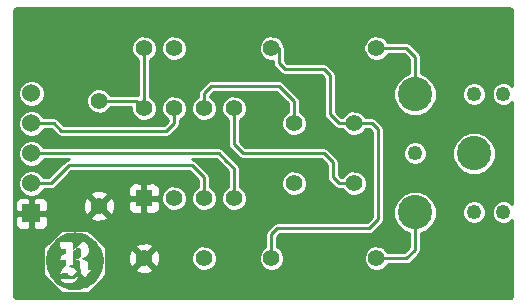
<source format=gtl>
G04 (created by PCBNEW (2013-07-07 BZR 4022)-stable) date 1/29/2015 5:28:15 PM*
%MOIN*%
G04 Gerber Fmt 3.4, Leading zero omitted, Abs format*
%FSLAX34Y34*%
G01*
G70*
G90*
G04 APERTURE LIST*
%ADD10C,0.00590551*%
%ADD11C,0.0001*%
%ADD12R,0.055X0.055*%
%ADD13C,0.055*%
%ADD14C,0.114173*%
%ADD15C,0.0492126*%
%ADD16R,0.06X0.06*%
%ADD17C,0.06*%
%ADD18C,0.01*%
G04 APERTURE END LIST*
G54D10*
G54D11*
G36*
X78660Y-67588D02*
X78657Y-67670D01*
X78648Y-67751D01*
X78631Y-67832D01*
X78608Y-67911D01*
X78577Y-67989D01*
X78540Y-68064D01*
X78495Y-68137D01*
X78443Y-68206D01*
X78426Y-68227D01*
X78368Y-68288D01*
X78306Y-68344D01*
X78250Y-68386D01*
X78250Y-67859D01*
X78245Y-67851D01*
X78244Y-67850D01*
X78236Y-67841D01*
X78207Y-67870D01*
X78193Y-67884D01*
X78182Y-67893D01*
X78174Y-67898D01*
X78168Y-67900D01*
X78165Y-67900D01*
X78151Y-67897D01*
X78140Y-67886D01*
X78135Y-67876D01*
X78134Y-67870D01*
X78133Y-67856D01*
X78131Y-67837D01*
X78130Y-67813D01*
X78129Y-67787D01*
X78128Y-67762D01*
X78127Y-67728D01*
X78126Y-67701D01*
X78125Y-67679D01*
X78123Y-67662D01*
X78121Y-67649D01*
X78118Y-67638D01*
X78114Y-67628D01*
X78109Y-67619D01*
X78106Y-67614D01*
X78091Y-67593D01*
X78071Y-67575D01*
X78046Y-67560D01*
X78015Y-67548D01*
X77977Y-67538D01*
X77940Y-67532D01*
X77919Y-67529D01*
X77905Y-67526D01*
X77899Y-67524D01*
X77900Y-67521D01*
X77908Y-67516D01*
X77923Y-67510D01*
X77932Y-67506D01*
X77974Y-67488D01*
X78010Y-67470D01*
X78040Y-67452D01*
X78066Y-67433D01*
X78089Y-67413D01*
X78096Y-67406D01*
X78117Y-67380D01*
X78133Y-67354D01*
X78145Y-67325D01*
X78152Y-67292D01*
X78156Y-67254D01*
X78157Y-67222D01*
X78156Y-67183D01*
X78152Y-67150D01*
X78145Y-67120D01*
X78134Y-67094D01*
X78118Y-67067D01*
X78098Y-67040D01*
X78092Y-67033D01*
X78077Y-67017D01*
X78060Y-67000D01*
X78041Y-66982D01*
X78023Y-66966D01*
X78005Y-66952D01*
X77988Y-66940D01*
X77976Y-66932D01*
X77967Y-66928D01*
X77966Y-66928D01*
X77962Y-66931D01*
X77954Y-66939D01*
X77943Y-66951D01*
X77930Y-66966D01*
X77924Y-66972D01*
X77907Y-66992D01*
X77889Y-67012D01*
X77870Y-67031D01*
X77848Y-67052D01*
X77823Y-67074D01*
X77795Y-67099D01*
X77761Y-67128D01*
X77730Y-67154D01*
X77650Y-67220D01*
X77648Y-67133D01*
X77646Y-67098D01*
X77645Y-67070D01*
X77643Y-67048D01*
X77640Y-67030D01*
X77636Y-67016D01*
X77630Y-67005D01*
X77623Y-66995D01*
X77619Y-66990D01*
X77608Y-66978D01*
X77595Y-66969D01*
X77580Y-66962D01*
X77563Y-66958D01*
X77541Y-66955D01*
X77515Y-66954D01*
X77482Y-66955D01*
X77443Y-66957D01*
X77436Y-66958D01*
X77391Y-66961D01*
X77354Y-66963D01*
X77324Y-66964D01*
X77299Y-66964D01*
X77279Y-66963D01*
X77264Y-66960D01*
X77253Y-66957D01*
X77245Y-66952D01*
X77239Y-66946D01*
X77235Y-66938D01*
X77235Y-66938D01*
X77230Y-66928D01*
X77223Y-66924D01*
X77222Y-66924D01*
X77217Y-66926D01*
X77213Y-66931D01*
X77210Y-66941D01*
X77209Y-66957D01*
X77208Y-66979D01*
X77208Y-66992D01*
X77209Y-67036D01*
X77213Y-67075D01*
X77219Y-67109D01*
X77227Y-67136D01*
X77237Y-67157D01*
X77245Y-67167D01*
X77254Y-67175D01*
X77263Y-67181D01*
X77273Y-67186D01*
X77285Y-67190D01*
X77300Y-67192D01*
X77321Y-67194D01*
X77346Y-67195D01*
X77377Y-67196D01*
X77385Y-67199D01*
X77392Y-67204D01*
X77395Y-67207D01*
X77397Y-67211D01*
X77398Y-67218D01*
X77399Y-67227D01*
X77400Y-67242D01*
X77400Y-67261D01*
X77400Y-67288D01*
X77400Y-67290D01*
X77400Y-67368D01*
X77375Y-67368D01*
X77357Y-67369D01*
X77336Y-67370D01*
X77323Y-67372D01*
X77296Y-67378D01*
X77274Y-67388D01*
X77255Y-67403D01*
X77240Y-67422D01*
X77229Y-67447D01*
X77220Y-67478D01*
X77215Y-67515D01*
X77212Y-67559D01*
X77212Y-67588D01*
X77212Y-67652D01*
X77221Y-67652D01*
X77226Y-67651D01*
X77229Y-67648D01*
X77231Y-67642D01*
X77234Y-67629D01*
X77235Y-67620D01*
X77238Y-67600D01*
X77242Y-67585D01*
X77249Y-67574D01*
X77259Y-67565D01*
X77273Y-67560D01*
X77293Y-67556D01*
X77319Y-67554D01*
X77340Y-67553D01*
X77400Y-67551D01*
X77399Y-67645D01*
X77399Y-67676D01*
X77398Y-67701D01*
X77397Y-67720D01*
X77395Y-67734D01*
X77392Y-67746D01*
X77386Y-67755D01*
X77378Y-67763D01*
X77368Y-67772D01*
X77354Y-67783D01*
X77347Y-67788D01*
X77331Y-67800D01*
X77315Y-67813D01*
X77303Y-67823D01*
X77298Y-67828D01*
X77276Y-67852D01*
X77255Y-67883D01*
X77236Y-67917D01*
X77220Y-67953D01*
X77211Y-67976D01*
X77205Y-68005D01*
X77202Y-68039D01*
X77202Y-68074D01*
X77207Y-68109D01*
X77211Y-68129D01*
X77227Y-68173D01*
X77250Y-68212D01*
X77277Y-68248D01*
X77310Y-68277D01*
X77347Y-68301D01*
X77367Y-68310D01*
X77406Y-68322D01*
X77449Y-68329D01*
X77494Y-68332D01*
X77539Y-68329D01*
X77549Y-68328D01*
X77586Y-68319D01*
X77623Y-68306D01*
X77658Y-68289D01*
X77673Y-68280D01*
X77699Y-68260D01*
X77726Y-68236D01*
X77750Y-68208D01*
X77771Y-68180D01*
X77784Y-68159D01*
X77796Y-68133D01*
X77804Y-68110D01*
X77809Y-68086D01*
X77811Y-68060D01*
X77812Y-68037D01*
X77812Y-67992D01*
X77797Y-67992D01*
X77782Y-67992D01*
X77782Y-68031D01*
X77780Y-68062D01*
X77774Y-68087D01*
X77765Y-68109D01*
X77750Y-68130D01*
X77741Y-68140D01*
X77713Y-68165D01*
X77682Y-68184D01*
X77654Y-68195D01*
X77647Y-68197D01*
X77639Y-68198D01*
X77629Y-68200D01*
X77617Y-68200D01*
X77601Y-68201D01*
X77581Y-68202D01*
X77555Y-68202D01*
X77524Y-68202D01*
X77494Y-68202D01*
X77456Y-68202D01*
X77425Y-68202D01*
X77400Y-68201D01*
X77380Y-68201D01*
X77364Y-68200D01*
X77352Y-68199D01*
X77342Y-68197D01*
X77333Y-68196D01*
X77331Y-68195D01*
X77296Y-68184D01*
X77268Y-68169D01*
X77247Y-68151D01*
X77233Y-68130D01*
X77226Y-68104D01*
X77224Y-68084D01*
X77227Y-68056D01*
X77237Y-68032D01*
X77253Y-68012D01*
X77276Y-67996D01*
X77283Y-67993D01*
X77294Y-67988D01*
X77304Y-67985D01*
X77316Y-67983D01*
X77331Y-67982D01*
X77350Y-67982D01*
X77380Y-67983D01*
X77408Y-67987D01*
X77433Y-67995D01*
X77458Y-68007D01*
X77484Y-68023D01*
X77511Y-68044D01*
X77541Y-68072D01*
X77552Y-68083D01*
X77569Y-68099D01*
X77582Y-68111D01*
X77590Y-68117D01*
X77596Y-68120D01*
X77598Y-68119D01*
X77602Y-68115D01*
X77610Y-68106D01*
X77623Y-68092D01*
X77639Y-68074D01*
X77658Y-68052D01*
X77680Y-68027D01*
X77704Y-68000D01*
X77727Y-67975D01*
X77852Y-67835D01*
X77845Y-67825D01*
X77838Y-67815D01*
X77793Y-67862D01*
X77748Y-67910D01*
X77748Y-67727D01*
X77748Y-67544D01*
X77779Y-67544D01*
X77807Y-67546D01*
X77829Y-67553D01*
X77847Y-67564D01*
X77862Y-67582D01*
X77871Y-67600D01*
X77882Y-67622D01*
X77884Y-67796D01*
X77884Y-67840D01*
X77885Y-67876D01*
X77886Y-67906D01*
X77886Y-67930D01*
X77887Y-67950D01*
X77889Y-67965D01*
X77891Y-67977D01*
X77894Y-67986D01*
X77897Y-67994D01*
X77901Y-68001D01*
X77907Y-68007D01*
X77913Y-68014D01*
X77914Y-68016D01*
X77922Y-68023D01*
X77933Y-68034D01*
X77947Y-68047D01*
X77963Y-68061D01*
X77980Y-68076D01*
X77996Y-68090D01*
X78011Y-68103D01*
X78024Y-68114D01*
X78033Y-68121D01*
X78037Y-68124D01*
X78037Y-68124D01*
X78040Y-68120D01*
X78047Y-68111D01*
X78059Y-68098D01*
X78073Y-68080D01*
X78091Y-68058D01*
X78111Y-68034D01*
X78133Y-68007D01*
X78142Y-67996D01*
X78164Y-67969D01*
X78185Y-67943D01*
X78204Y-67920D01*
X78221Y-67900D01*
X78234Y-67884D01*
X78243Y-67872D01*
X78248Y-67866D01*
X78249Y-67865D01*
X78250Y-67859D01*
X78250Y-68386D01*
X78240Y-68394D01*
X78168Y-68438D01*
X78094Y-68475D01*
X78017Y-68506D01*
X77936Y-68530D01*
X77853Y-68547D01*
X77770Y-68557D01*
X77686Y-68560D01*
X77612Y-68556D01*
X77526Y-68544D01*
X77442Y-68524D01*
X77361Y-68497D01*
X77282Y-68464D01*
X77207Y-68423D01*
X77136Y-68377D01*
X77070Y-68324D01*
X77008Y-68265D01*
X76952Y-68201D01*
X76909Y-68143D01*
X76862Y-68067D01*
X76823Y-67990D01*
X76792Y-67909D01*
X76768Y-67827D01*
X76751Y-67744D01*
X76742Y-67660D01*
X76740Y-67575D01*
X76746Y-67490D01*
X76760Y-67406D01*
X76781Y-67322D01*
X76811Y-67240D01*
X76824Y-67208D01*
X76863Y-67130D01*
X76909Y-67057D01*
X76961Y-66988D01*
X77019Y-66924D01*
X77073Y-66874D01*
X77142Y-66820D01*
X77214Y-66773D01*
X77290Y-66733D01*
X77368Y-66700D01*
X77448Y-66674D01*
X77530Y-66655D01*
X77613Y-66644D01*
X77697Y-66640D01*
X77781Y-66644D01*
X77866Y-66655D01*
X77949Y-66673D01*
X78032Y-66700D01*
X78092Y-66724D01*
X78170Y-66763D01*
X78243Y-66809D01*
X78312Y-66861D01*
X78376Y-66919D01*
X78426Y-66973D01*
X78480Y-67042D01*
X78527Y-67113D01*
X78567Y-67188D01*
X78599Y-67265D01*
X78625Y-67344D01*
X78643Y-67424D01*
X78655Y-67506D01*
X78660Y-67588D01*
X78660Y-67588D01*
X78660Y-67588D01*
G37*
G36*
X77723Y-67625D02*
X77723Y-67676D01*
X77723Y-67710D01*
X77722Y-67883D01*
X77706Y-67871D01*
X77653Y-67836D01*
X77598Y-67808D01*
X77542Y-67787D01*
X77484Y-67774D01*
X77460Y-67771D01*
X77411Y-67766D01*
X77429Y-67759D01*
X77455Y-67749D01*
X77487Y-67741D01*
X77521Y-67733D01*
X77555Y-67728D01*
X77587Y-67726D01*
X77615Y-67725D01*
X77623Y-67726D01*
X77648Y-67729D01*
X77648Y-67489D01*
X77648Y-67250D01*
X77685Y-67219D01*
X77722Y-67189D01*
X77723Y-67362D01*
X77723Y-67408D01*
X77723Y-67460D01*
X77723Y-67515D01*
X77723Y-67571D01*
X77723Y-67625D01*
X77723Y-67625D01*
X77723Y-67625D01*
G37*
G36*
X77912Y-67313D02*
X77910Y-67361D01*
X77902Y-67403D01*
X77890Y-67439D01*
X77873Y-67469D01*
X77850Y-67492D01*
X77841Y-67499D01*
X77822Y-67509D01*
X77799Y-67517D01*
X77776Y-67523D01*
X77761Y-67524D01*
X77748Y-67524D01*
X77749Y-67345D01*
X77750Y-67166D01*
X77767Y-67154D01*
X77779Y-67147D01*
X77789Y-67143D01*
X77802Y-67142D01*
X77809Y-67142D01*
X77832Y-67144D01*
X77850Y-67151D01*
X77866Y-67164D01*
X77871Y-67169D01*
X77887Y-67191D01*
X77900Y-67219D01*
X77908Y-67252D01*
X77911Y-67292D01*
X77912Y-67313D01*
X77912Y-67313D01*
X77912Y-67313D01*
G37*
G54D12*
X80000Y-65500D03*
G54D13*
X81000Y-65500D03*
X82000Y-65500D03*
X83000Y-65500D03*
X83000Y-62500D03*
X82000Y-62500D03*
X81000Y-62500D03*
X80000Y-62500D03*
X82000Y-67500D03*
X80000Y-67500D03*
X85000Y-63000D03*
X85000Y-65000D03*
X87000Y-65000D03*
X87000Y-63000D03*
G54D14*
X91000Y-64000D03*
X89031Y-62031D03*
X89031Y-65968D03*
G54D15*
X89031Y-64000D03*
X91000Y-65968D03*
X91000Y-62031D03*
X91984Y-62031D03*
X91984Y-65968D03*
G54D13*
X78500Y-62250D03*
X78500Y-65750D03*
X84250Y-60500D03*
X87750Y-60500D03*
X84250Y-67500D03*
X87750Y-67500D03*
G54D16*
X76250Y-66000D03*
G54D17*
X76250Y-65000D03*
X76250Y-64000D03*
X76250Y-63000D03*
X76250Y-62000D03*
G54D13*
X80000Y-60500D03*
X81000Y-60500D03*
G54D18*
X85000Y-62750D02*
X85000Y-62250D01*
X82000Y-62000D02*
X82000Y-62500D01*
X82250Y-61750D02*
X82000Y-62000D01*
X84500Y-61750D02*
X82250Y-61750D01*
X85000Y-62250D02*
X84500Y-61750D01*
X78500Y-62250D02*
X79750Y-62250D01*
X79750Y-62250D02*
X80000Y-62500D01*
X80000Y-62500D02*
X80000Y-60500D01*
X87500Y-60500D02*
X88750Y-60500D01*
X89031Y-60781D02*
X89031Y-62031D01*
X88750Y-60500D02*
X89031Y-60781D01*
X87000Y-65000D02*
X86500Y-65000D01*
X83000Y-63700D02*
X83000Y-62500D01*
X83300Y-64000D02*
X83000Y-63700D01*
X86000Y-64000D02*
X83300Y-64000D01*
X86300Y-64300D02*
X86000Y-64000D01*
X86300Y-64800D02*
X86300Y-64300D01*
X86500Y-65000D02*
X86300Y-64800D01*
X84250Y-67500D02*
X84250Y-66700D01*
X84700Y-66500D02*
X87500Y-66500D01*
X87500Y-66500D02*
X87800Y-66200D01*
X87800Y-66200D02*
X87800Y-63200D01*
X87800Y-63200D02*
X87600Y-63000D01*
X87600Y-63000D02*
X87000Y-63000D01*
X84450Y-66500D02*
X84700Y-66500D01*
X84250Y-66700D02*
X84450Y-66500D01*
X86500Y-63000D02*
X86200Y-62700D01*
X84500Y-61000D02*
X84500Y-60500D01*
X84700Y-61200D02*
X84500Y-61000D01*
X86000Y-61200D02*
X84700Y-61200D01*
X86200Y-61400D02*
X86000Y-61200D01*
X86200Y-62700D02*
X86200Y-61400D01*
X86500Y-63000D02*
X87000Y-63000D01*
X87750Y-67500D02*
X88750Y-67500D01*
X88750Y-67500D02*
X89031Y-67218D01*
X89031Y-67218D02*
X89031Y-65968D01*
X82000Y-65000D02*
X82000Y-64800D01*
X82000Y-65500D02*
X82000Y-65000D01*
X76900Y-65000D02*
X76250Y-65000D01*
X77500Y-64400D02*
X76900Y-65000D01*
X81600Y-64400D02*
X77500Y-64400D01*
X82000Y-64800D02*
X81600Y-64400D01*
X81000Y-62500D02*
X81000Y-63000D01*
X77000Y-63000D02*
X76250Y-63000D01*
X77250Y-63250D02*
X77000Y-63000D01*
X80750Y-63250D02*
X77250Y-63250D01*
X81000Y-63000D02*
X80750Y-63250D01*
X82750Y-64250D02*
X82500Y-64000D01*
X83000Y-64500D02*
X82750Y-64250D01*
X83000Y-65500D02*
X83000Y-64750D01*
X83000Y-64750D02*
X83000Y-64500D01*
X82500Y-64000D02*
X76250Y-64000D01*
G54D10*
G36*
X92280Y-68732D02*
X92271Y-68779D01*
X92254Y-68804D01*
X92229Y-68821D01*
X92183Y-68830D01*
X91396Y-68830D01*
X91396Y-65890D01*
X91335Y-65744D01*
X91224Y-65632D01*
X91079Y-65572D01*
X90921Y-65572D01*
X90775Y-65632D01*
X90664Y-65743D01*
X90604Y-65889D01*
X90603Y-66046D01*
X90664Y-66192D01*
X90775Y-66304D01*
X90920Y-66364D01*
X91078Y-66364D01*
X91224Y-66304D01*
X91335Y-66193D01*
X91395Y-66047D01*
X91396Y-65890D01*
X91396Y-68830D01*
X89752Y-68830D01*
X89752Y-65825D01*
X89752Y-61888D01*
X89642Y-61623D01*
X89440Y-61420D01*
X89231Y-61334D01*
X89231Y-60781D01*
X89216Y-60704D01*
X89216Y-60704D01*
X89201Y-60683D01*
X89172Y-60640D01*
X89172Y-60640D01*
X88891Y-60358D01*
X88826Y-60315D01*
X88750Y-60300D01*
X88127Y-60300D01*
X88110Y-60259D01*
X87991Y-60139D01*
X87834Y-60075D01*
X87665Y-60074D01*
X87509Y-60139D01*
X87389Y-60258D01*
X87332Y-60398D01*
X87315Y-60423D01*
X87300Y-60500D01*
X87315Y-60576D01*
X87332Y-60602D01*
X87389Y-60740D01*
X87508Y-60860D01*
X87665Y-60924D01*
X87834Y-60925D01*
X87990Y-60860D01*
X88110Y-60741D01*
X88127Y-60700D01*
X88667Y-60700D01*
X88831Y-60864D01*
X88831Y-61334D01*
X88623Y-61420D01*
X88420Y-61622D01*
X88310Y-61887D01*
X88310Y-62174D01*
X88420Y-62439D01*
X88622Y-62642D01*
X88887Y-62752D01*
X89174Y-62752D01*
X89439Y-62642D01*
X89642Y-62440D01*
X89752Y-62175D01*
X89752Y-61888D01*
X89752Y-65825D01*
X89642Y-65560D01*
X89440Y-65357D01*
X89427Y-65352D01*
X89427Y-63921D01*
X89367Y-63775D01*
X89256Y-63664D01*
X89110Y-63604D01*
X88953Y-63603D01*
X88807Y-63664D01*
X88695Y-63775D01*
X88635Y-63920D01*
X88635Y-64078D01*
X88695Y-64224D01*
X88806Y-64335D01*
X88952Y-64395D01*
X89109Y-64396D01*
X89255Y-64335D01*
X89367Y-64224D01*
X89427Y-64079D01*
X89427Y-63921D01*
X89427Y-65352D01*
X89175Y-65247D01*
X88888Y-65247D01*
X88623Y-65357D01*
X88420Y-65559D01*
X88310Y-65824D01*
X88310Y-66111D01*
X88420Y-66376D01*
X88622Y-66579D01*
X88831Y-66665D01*
X88831Y-67135D01*
X88667Y-67300D01*
X88127Y-67300D01*
X88110Y-67259D01*
X88000Y-67148D01*
X88000Y-66200D01*
X88000Y-63200D01*
X87984Y-63123D01*
X87984Y-63123D01*
X87970Y-63101D01*
X87941Y-63058D01*
X87941Y-63058D01*
X87741Y-62858D01*
X87676Y-62815D01*
X87600Y-62800D01*
X87377Y-62800D01*
X87360Y-62759D01*
X87241Y-62639D01*
X87084Y-62575D01*
X86915Y-62574D01*
X86759Y-62639D01*
X86639Y-62758D01*
X86622Y-62800D01*
X86582Y-62800D01*
X86400Y-62617D01*
X86400Y-61400D01*
X86384Y-61323D01*
X86384Y-61323D01*
X86370Y-61301D01*
X86341Y-61258D01*
X86341Y-61258D01*
X86141Y-61058D01*
X86076Y-61015D01*
X86000Y-61000D01*
X84782Y-61000D01*
X84700Y-60917D01*
X84700Y-60500D01*
X84684Y-60423D01*
X84667Y-60397D01*
X84610Y-60259D01*
X84491Y-60139D01*
X84334Y-60075D01*
X84165Y-60074D01*
X84009Y-60139D01*
X83889Y-60258D01*
X83825Y-60415D01*
X83824Y-60584D01*
X83889Y-60740D01*
X84008Y-60860D01*
X84165Y-60924D01*
X84300Y-60925D01*
X84300Y-61000D01*
X84315Y-61076D01*
X84358Y-61141D01*
X84558Y-61341D01*
X84558Y-61341D01*
X84601Y-61370D01*
X84623Y-61384D01*
X84623Y-61384D01*
X84700Y-61400D01*
X85917Y-61400D01*
X86000Y-61482D01*
X86000Y-62700D01*
X86015Y-62776D01*
X86058Y-62841D01*
X86358Y-63141D01*
X86358Y-63141D01*
X86401Y-63170D01*
X86423Y-63184D01*
X86423Y-63184D01*
X86499Y-63199D01*
X86500Y-63200D01*
X86622Y-63200D01*
X86639Y-63240D01*
X86758Y-63360D01*
X86915Y-63424D01*
X87084Y-63425D01*
X87240Y-63360D01*
X87360Y-63241D01*
X87377Y-63200D01*
X87517Y-63200D01*
X87600Y-63282D01*
X87600Y-66117D01*
X87425Y-66292D01*
X87425Y-64915D01*
X87360Y-64759D01*
X87241Y-64639D01*
X87084Y-64575D01*
X86915Y-64574D01*
X86759Y-64639D01*
X86639Y-64758D01*
X86622Y-64800D01*
X86582Y-64800D01*
X86500Y-64717D01*
X86500Y-64300D01*
X86499Y-64299D01*
X86484Y-64223D01*
X86484Y-64223D01*
X86470Y-64201D01*
X86441Y-64158D01*
X86441Y-64158D01*
X86141Y-63858D01*
X86076Y-63815D01*
X86000Y-63800D01*
X85425Y-63800D01*
X85425Y-62915D01*
X85360Y-62759D01*
X85241Y-62639D01*
X85200Y-62622D01*
X85200Y-62250D01*
X85187Y-62186D01*
X85184Y-62173D01*
X85184Y-62173D01*
X85141Y-62108D01*
X84641Y-61608D01*
X84576Y-61565D01*
X84500Y-61550D01*
X82250Y-61550D01*
X82173Y-61565D01*
X82151Y-61579D01*
X82108Y-61608D01*
X81858Y-61858D01*
X81815Y-61923D01*
X81800Y-62000D01*
X81800Y-62122D01*
X81759Y-62139D01*
X81639Y-62258D01*
X81575Y-62415D01*
X81574Y-62584D01*
X81639Y-62740D01*
X81758Y-62860D01*
X81915Y-62924D01*
X82084Y-62925D01*
X82240Y-62860D01*
X82360Y-62741D01*
X82424Y-62584D01*
X82425Y-62415D01*
X82360Y-62259D01*
X82241Y-62139D01*
X82200Y-62122D01*
X82200Y-62082D01*
X82332Y-61950D01*
X84417Y-61950D01*
X84800Y-62332D01*
X84800Y-62622D01*
X84759Y-62639D01*
X84639Y-62758D01*
X84575Y-62915D01*
X84574Y-63084D01*
X84639Y-63240D01*
X84758Y-63360D01*
X84915Y-63424D01*
X85084Y-63425D01*
X85240Y-63360D01*
X85360Y-63241D01*
X85424Y-63084D01*
X85425Y-62915D01*
X85425Y-63800D01*
X83382Y-63800D01*
X83200Y-63617D01*
X83200Y-62877D01*
X83240Y-62860D01*
X83360Y-62741D01*
X83424Y-62584D01*
X83425Y-62415D01*
X83360Y-62259D01*
X83241Y-62139D01*
X83084Y-62075D01*
X82915Y-62074D01*
X82759Y-62139D01*
X82639Y-62258D01*
X82575Y-62415D01*
X82574Y-62584D01*
X82639Y-62740D01*
X82758Y-62860D01*
X82800Y-62877D01*
X82800Y-63700D01*
X82815Y-63776D01*
X82858Y-63841D01*
X83158Y-64141D01*
X83158Y-64141D01*
X83201Y-64170D01*
X83223Y-64184D01*
X83223Y-64184D01*
X83299Y-64199D01*
X83300Y-64200D01*
X85917Y-64200D01*
X86100Y-64382D01*
X86100Y-64800D01*
X86115Y-64876D01*
X86158Y-64941D01*
X86358Y-65141D01*
X86358Y-65141D01*
X86401Y-65170D01*
X86423Y-65184D01*
X86423Y-65184D01*
X86500Y-65200D01*
X86622Y-65200D01*
X86639Y-65240D01*
X86758Y-65360D01*
X86915Y-65424D01*
X87084Y-65425D01*
X87240Y-65360D01*
X87360Y-65241D01*
X87424Y-65084D01*
X87425Y-64915D01*
X87425Y-66292D01*
X87417Y-66300D01*
X85425Y-66300D01*
X85425Y-64915D01*
X85360Y-64759D01*
X85241Y-64639D01*
X85084Y-64575D01*
X84915Y-64574D01*
X84759Y-64639D01*
X84639Y-64758D01*
X84575Y-64915D01*
X84574Y-65084D01*
X84639Y-65240D01*
X84758Y-65360D01*
X84915Y-65424D01*
X85084Y-65425D01*
X85240Y-65360D01*
X85360Y-65241D01*
X85424Y-65084D01*
X85425Y-64915D01*
X85425Y-66300D01*
X84700Y-66300D01*
X84450Y-66300D01*
X84373Y-66315D01*
X84351Y-66329D01*
X84308Y-66358D01*
X84108Y-66558D01*
X84065Y-66623D01*
X84050Y-66700D01*
X84050Y-67122D01*
X84009Y-67139D01*
X83889Y-67258D01*
X83825Y-67415D01*
X83824Y-67584D01*
X83889Y-67740D01*
X84008Y-67860D01*
X84165Y-67924D01*
X84334Y-67925D01*
X84490Y-67860D01*
X84610Y-67741D01*
X84674Y-67584D01*
X84675Y-67415D01*
X84610Y-67259D01*
X84491Y-67139D01*
X84450Y-67122D01*
X84450Y-66782D01*
X84532Y-66700D01*
X84700Y-66700D01*
X87500Y-66700D01*
X87576Y-66684D01*
X87641Y-66641D01*
X87941Y-66341D01*
X87941Y-66341D01*
X87970Y-66298D01*
X87984Y-66276D01*
X87984Y-66276D01*
X87999Y-66200D01*
X88000Y-66200D01*
X88000Y-67148D01*
X87991Y-67139D01*
X87834Y-67075D01*
X87665Y-67074D01*
X87509Y-67139D01*
X87389Y-67258D01*
X87325Y-67415D01*
X87324Y-67584D01*
X87389Y-67740D01*
X87508Y-67860D01*
X87665Y-67924D01*
X87834Y-67925D01*
X87990Y-67860D01*
X88110Y-67741D01*
X88127Y-67700D01*
X88750Y-67700D01*
X88826Y-67684D01*
X88891Y-67641D01*
X89172Y-67359D01*
X89172Y-67359D01*
X89201Y-67316D01*
X89216Y-67295D01*
X89216Y-67295D01*
X89231Y-67218D01*
X89231Y-67218D01*
X89231Y-66665D01*
X89439Y-66579D01*
X89642Y-66377D01*
X89752Y-66112D01*
X89752Y-65825D01*
X89752Y-68830D01*
X83425Y-68830D01*
X83425Y-65415D01*
X83360Y-65259D01*
X83241Y-65139D01*
X83200Y-65122D01*
X83200Y-64750D01*
X83200Y-64500D01*
X83184Y-64423D01*
X83184Y-64423D01*
X83170Y-64401D01*
X83141Y-64358D01*
X83141Y-64358D01*
X82891Y-64108D01*
X82891Y-64108D01*
X82891Y-64108D01*
X82641Y-63858D01*
X82576Y-63815D01*
X82500Y-63800D01*
X81425Y-63800D01*
X81425Y-62415D01*
X81425Y-60415D01*
X81360Y-60259D01*
X81241Y-60139D01*
X81084Y-60075D01*
X80915Y-60074D01*
X80759Y-60139D01*
X80639Y-60258D01*
X80575Y-60415D01*
X80574Y-60584D01*
X80639Y-60740D01*
X80758Y-60860D01*
X80915Y-60924D01*
X81084Y-60925D01*
X81240Y-60860D01*
X81360Y-60741D01*
X81424Y-60584D01*
X81425Y-60415D01*
X81425Y-62415D01*
X81360Y-62259D01*
X81241Y-62139D01*
X81084Y-62075D01*
X80915Y-62074D01*
X80759Y-62139D01*
X80639Y-62258D01*
X80575Y-62415D01*
X80574Y-62584D01*
X80639Y-62740D01*
X80758Y-62860D01*
X80800Y-62877D01*
X80800Y-62917D01*
X80667Y-63050D01*
X80425Y-63050D01*
X80425Y-62415D01*
X80360Y-62259D01*
X80241Y-62139D01*
X80200Y-62122D01*
X80200Y-60877D01*
X80240Y-60860D01*
X80360Y-60741D01*
X80424Y-60584D01*
X80425Y-60415D01*
X80360Y-60259D01*
X80241Y-60139D01*
X80084Y-60075D01*
X79915Y-60074D01*
X79759Y-60139D01*
X79639Y-60258D01*
X79575Y-60415D01*
X79574Y-60584D01*
X79639Y-60740D01*
X79758Y-60860D01*
X79800Y-60877D01*
X79800Y-62059D01*
X79750Y-62050D01*
X78877Y-62050D01*
X78860Y-62009D01*
X78741Y-61889D01*
X78584Y-61825D01*
X78415Y-61824D01*
X78259Y-61889D01*
X78139Y-62008D01*
X78075Y-62165D01*
X78074Y-62334D01*
X78139Y-62490D01*
X78258Y-62610D01*
X78415Y-62674D01*
X78584Y-62675D01*
X78740Y-62610D01*
X78860Y-62491D01*
X78877Y-62450D01*
X79575Y-62450D01*
X79574Y-62584D01*
X79639Y-62740D01*
X79758Y-62860D01*
X79915Y-62924D01*
X80084Y-62925D01*
X80240Y-62860D01*
X80360Y-62741D01*
X80424Y-62584D01*
X80425Y-62415D01*
X80425Y-63050D01*
X77332Y-63050D01*
X77141Y-62858D01*
X77076Y-62815D01*
X77000Y-62800D01*
X76700Y-62800D01*
X76700Y-61910D01*
X76631Y-61745D01*
X76505Y-61618D01*
X76339Y-61550D01*
X76160Y-61549D01*
X75995Y-61618D01*
X75868Y-61744D01*
X75800Y-61910D01*
X75799Y-62089D01*
X75868Y-62254D01*
X75994Y-62381D01*
X76160Y-62449D01*
X76339Y-62450D01*
X76504Y-62381D01*
X76631Y-62255D01*
X76699Y-62089D01*
X76700Y-61910D01*
X76700Y-62800D01*
X76654Y-62800D01*
X76631Y-62745D01*
X76505Y-62618D01*
X76339Y-62550D01*
X76160Y-62549D01*
X75995Y-62618D01*
X75868Y-62744D01*
X75800Y-62910D01*
X75799Y-63089D01*
X75868Y-63254D01*
X75994Y-63381D01*
X76160Y-63449D01*
X76339Y-63450D01*
X76504Y-63381D01*
X76631Y-63255D01*
X76654Y-63200D01*
X76917Y-63200D01*
X77108Y-63391D01*
X77108Y-63391D01*
X77151Y-63420D01*
X77173Y-63434D01*
X77173Y-63434D01*
X77250Y-63450D01*
X80750Y-63450D01*
X80826Y-63434D01*
X80891Y-63391D01*
X81141Y-63141D01*
X81141Y-63141D01*
X81170Y-63098D01*
X81184Y-63076D01*
X81184Y-63076D01*
X81199Y-63000D01*
X81200Y-63000D01*
X81200Y-62877D01*
X81240Y-62860D01*
X81360Y-62741D01*
X81424Y-62584D01*
X81425Y-62415D01*
X81425Y-63800D01*
X76654Y-63800D01*
X76631Y-63745D01*
X76505Y-63618D01*
X76339Y-63550D01*
X76160Y-63549D01*
X75995Y-63618D01*
X75868Y-63744D01*
X75800Y-63910D01*
X75799Y-64089D01*
X75868Y-64254D01*
X75994Y-64381D01*
X76160Y-64449D01*
X76339Y-64450D01*
X76504Y-64381D01*
X76631Y-64255D01*
X76654Y-64200D01*
X77500Y-64200D01*
X77423Y-64215D01*
X77401Y-64229D01*
X77358Y-64258D01*
X76817Y-64800D01*
X76654Y-64800D01*
X76631Y-64745D01*
X76505Y-64618D01*
X76339Y-64550D01*
X76160Y-64549D01*
X75995Y-64618D01*
X75868Y-64744D01*
X75800Y-64910D01*
X75799Y-65089D01*
X75868Y-65254D01*
X75994Y-65381D01*
X76160Y-65449D01*
X76339Y-65450D01*
X76504Y-65381D01*
X76631Y-65255D01*
X76654Y-65200D01*
X76900Y-65200D01*
X76976Y-65184D01*
X77041Y-65141D01*
X77582Y-64600D01*
X81517Y-64600D01*
X81800Y-64882D01*
X81800Y-65000D01*
X81800Y-65122D01*
X81759Y-65139D01*
X81639Y-65258D01*
X81575Y-65415D01*
X81574Y-65584D01*
X81639Y-65740D01*
X81758Y-65860D01*
X81915Y-65924D01*
X82084Y-65925D01*
X82240Y-65860D01*
X82360Y-65741D01*
X82424Y-65584D01*
X82425Y-65415D01*
X82360Y-65259D01*
X82241Y-65139D01*
X82200Y-65122D01*
X82200Y-65000D01*
X82200Y-64800D01*
X82199Y-64799D01*
X82184Y-64723D01*
X82184Y-64723D01*
X82170Y-64701D01*
X82141Y-64658D01*
X82141Y-64658D01*
X81741Y-64258D01*
X81676Y-64215D01*
X81600Y-64200D01*
X82417Y-64200D01*
X82608Y-64391D01*
X82608Y-64391D01*
X82608Y-64391D01*
X82800Y-64582D01*
X82800Y-64750D01*
X82800Y-65122D01*
X82759Y-65139D01*
X82639Y-65258D01*
X82575Y-65415D01*
X82574Y-65584D01*
X82639Y-65740D01*
X82758Y-65860D01*
X82915Y-65924D01*
X83084Y-65925D01*
X83240Y-65860D01*
X83360Y-65741D01*
X83424Y-65584D01*
X83425Y-65415D01*
X83425Y-68830D01*
X82425Y-68830D01*
X82425Y-67415D01*
X82360Y-67259D01*
X82241Y-67139D01*
X82084Y-67075D01*
X81915Y-67074D01*
X81759Y-67139D01*
X81639Y-67258D01*
X81575Y-67415D01*
X81574Y-67584D01*
X81639Y-67740D01*
X81758Y-67860D01*
X81915Y-67924D01*
X82084Y-67925D01*
X82240Y-67860D01*
X82360Y-67741D01*
X82424Y-67584D01*
X82425Y-67415D01*
X82425Y-68830D01*
X81425Y-68830D01*
X81425Y-65415D01*
X81360Y-65259D01*
X81241Y-65139D01*
X81084Y-65075D01*
X80915Y-65074D01*
X80759Y-65139D01*
X80639Y-65258D01*
X80575Y-65415D01*
X80574Y-65584D01*
X80639Y-65740D01*
X80758Y-65860D01*
X80915Y-65924D01*
X81084Y-65925D01*
X81240Y-65860D01*
X81360Y-65741D01*
X81424Y-65584D01*
X81425Y-65415D01*
X81425Y-68830D01*
X80529Y-68830D01*
X80529Y-67575D01*
X80525Y-67486D01*
X80525Y-65725D01*
X80525Y-65274D01*
X80524Y-65175D01*
X80486Y-65083D01*
X80416Y-65012D01*
X80324Y-64974D01*
X80112Y-64975D01*
X80050Y-65037D01*
X80050Y-65450D01*
X80462Y-65450D01*
X80525Y-65387D01*
X80525Y-65274D01*
X80525Y-65725D01*
X80525Y-65612D01*
X80462Y-65550D01*
X80050Y-65550D01*
X80050Y-65962D01*
X80112Y-66025D01*
X80324Y-66025D01*
X80416Y-65987D01*
X80486Y-65916D01*
X80524Y-65824D01*
X80525Y-65725D01*
X80525Y-67486D01*
X80518Y-67367D01*
X80460Y-67227D01*
X80367Y-67202D01*
X80297Y-67273D01*
X80297Y-67132D01*
X80272Y-67039D01*
X80075Y-66970D01*
X79950Y-66976D01*
X79950Y-65962D01*
X79950Y-65550D01*
X79950Y-65450D01*
X79950Y-65037D01*
X79887Y-64975D01*
X79675Y-64974D01*
X79583Y-65012D01*
X79513Y-65083D01*
X79475Y-65175D01*
X79474Y-65274D01*
X79475Y-65387D01*
X79537Y-65450D01*
X79950Y-65450D01*
X79950Y-65550D01*
X79537Y-65550D01*
X79475Y-65612D01*
X79474Y-65725D01*
X79475Y-65824D01*
X79513Y-65916D01*
X79583Y-65987D01*
X79675Y-66025D01*
X79887Y-66025D01*
X79950Y-65962D01*
X79950Y-66976D01*
X79867Y-66981D01*
X79727Y-67039D01*
X79702Y-67132D01*
X80000Y-67429D01*
X80297Y-67132D01*
X80297Y-67273D01*
X80070Y-67500D01*
X80367Y-67797D01*
X80460Y-67772D01*
X80529Y-67575D01*
X80529Y-68830D01*
X80297Y-68830D01*
X80297Y-67867D01*
X80000Y-67570D01*
X79929Y-67641D01*
X79929Y-67500D01*
X79632Y-67202D01*
X79539Y-67227D01*
X79470Y-67424D01*
X79481Y-67632D01*
X79539Y-67772D01*
X79632Y-67797D01*
X79929Y-67500D01*
X79929Y-67641D01*
X79702Y-67867D01*
X79727Y-67960D01*
X79924Y-68029D01*
X80132Y-68018D01*
X80272Y-67960D01*
X80297Y-67867D01*
X80297Y-68830D01*
X79029Y-68830D01*
X79029Y-65825D01*
X79018Y-65617D01*
X78960Y-65477D01*
X78867Y-65452D01*
X78797Y-65523D01*
X78797Y-65382D01*
X78772Y-65289D01*
X78575Y-65220D01*
X78367Y-65231D01*
X78227Y-65289D01*
X78202Y-65382D01*
X78500Y-65679D01*
X78797Y-65382D01*
X78797Y-65523D01*
X78570Y-65750D01*
X78867Y-66047D01*
X78960Y-66022D01*
X79029Y-65825D01*
X79029Y-68830D01*
X78797Y-68830D01*
X78797Y-66117D01*
X78500Y-65820D01*
X78429Y-65891D01*
X78429Y-65750D01*
X78132Y-65452D01*
X78039Y-65477D01*
X77970Y-65674D01*
X77981Y-65882D01*
X78039Y-66022D01*
X78132Y-66047D01*
X78429Y-65750D01*
X78429Y-65891D01*
X78202Y-66117D01*
X78227Y-66210D01*
X78424Y-66279D01*
X78632Y-66268D01*
X78772Y-66210D01*
X78797Y-66117D01*
X78797Y-68830D01*
X78750Y-68830D01*
X78750Y-68070D01*
X78750Y-67128D01*
X78119Y-66550D01*
X77229Y-66550D01*
X76800Y-66979D01*
X76800Y-66349D01*
X76800Y-65650D01*
X76762Y-65558D01*
X76691Y-65488D01*
X76599Y-65450D01*
X76500Y-65449D01*
X76362Y-65450D01*
X76300Y-65512D01*
X76300Y-65950D01*
X76737Y-65950D01*
X76800Y-65887D01*
X76800Y-65650D01*
X76800Y-66349D01*
X76800Y-66112D01*
X76737Y-66050D01*
X76300Y-66050D01*
X76300Y-66487D01*
X76362Y-66550D01*
X76500Y-66550D01*
X76599Y-66549D01*
X76691Y-66511D01*
X76762Y-66441D01*
X76800Y-66349D01*
X76800Y-66979D01*
X76650Y-67129D01*
X76650Y-68070D01*
X77229Y-68650D01*
X78170Y-68650D01*
X78750Y-68070D01*
X78750Y-68830D01*
X76200Y-68830D01*
X76200Y-66487D01*
X76200Y-66050D01*
X76200Y-65950D01*
X76200Y-65512D01*
X76137Y-65450D01*
X75999Y-65449D01*
X75900Y-65450D01*
X75808Y-65488D01*
X75737Y-65558D01*
X75699Y-65650D01*
X75700Y-65887D01*
X75762Y-65950D01*
X76200Y-65950D01*
X76200Y-66050D01*
X75762Y-66050D01*
X75700Y-66112D01*
X75699Y-66349D01*
X75737Y-66441D01*
X75808Y-66511D01*
X75900Y-66549D01*
X75999Y-66550D01*
X76137Y-66550D01*
X76200Y-66487D01*
X76200Y-68830D01*
X75767Y-68830D01*
X75720Y-68821D01*
X75695Y-68804D01*
X75678Y-68779D01*
X75669Y-68733D01*
X75669Y-59250D01*
X75681Y-59212D01*
X75700Y-59189D01*
X75727Y-59175D01*
X75783Y-59169D01*
X92183Y-59169D01*
X92229Y-59178D01*
X92254Y-59195D01*
X92271Y-59220D01*
X92280Y-59267D01*
X92280Y-61767D01*
X92208Y-61695D01*
X92063Y-61635D01*
X91905Y-61635D01*
X91760Y-61695D01*
X91648Y-61806D01*
X91588Y-61952D01*
X91588Y-62109D01*
X91648Y-62255D01*
X91759Y-62367D01*
X91905Y-62427D01*
X92062Y-62427D01*
X92208Y-62367D01*
X92280Y-62295D01*
X92280Y-65704D01*
X92208Y-65632D01*
X92063Y-65572D01*
X91905Y-65572D01*
X91760Y-65632D01*
X91720Y-65671D01*
X91720Y-63857D01*
X91611Y-63592D01*
X91408Y-63389D01*
X91396Y-63383D01*
X91396Y-61953D01*
X91335Y-61807D01*
X91224Y-61695D01*
X91079Y-61635D01*
X90921Y-61635D01*
X90775Y-61695D01*
X90664Y-61806D01*
X90604Y-61952D01*
X90603Y-62109D01*
X90664Y-62255D01*
X90775Y-62367D01*
X90920Y-62427D01*
X91078Y-62427D01*
X91224Y-62367D01*
X91335Y-62256D01*
X91395Y-62110D01*
X91396Y-61953D01*
X91396Y-63383D01*
X91144Y-63279D01*
X90857Y-63279D01*
X90592Y-63388D01*
X90389Y-63591D01*
X90279Y-63855D01*
X90279Y-64142D01*
X90388Y-64407D01*
X90591Y-64610D01*
X90855Y-64720D01*
X91142Y-64720D01*
X91407Y-64611D01*
X91610Y-64408D01*
X91720Y-64144D01*
X91720Y-63857D01*
X91720Y-65671D01*
X91648Y-65743D01*
X91588Y-65889D01*
X91588Y-66046D01*
X91648Y-66192D01*
X91759Y-66304D01*
X91905Y-66364D01*
X92062Y-66364D01*
X92208Y-66304D01*
X92280Y-66232D01*
X92280Y-68732D01*
X92280Y-68732D01*
G37*
G54D18*
X92280Y-68732D02*
X92271Y-68779D01*
X92254Y-68804D01*
X92229Y-68821D01*
X92183Y-68830D01*
X91396Y-68830D01*
X91396Y-65890D01*
X91335Y-65744D01*
X91224Y-65632D01*
X91079Y-65572D01*
X90921Y-65572D01*
X90775Y-65632D01*
X90664Y-65743D01*
X90604Y-65889D01*
X90603Y-66046D01*
X90664Y-66192D01*
X90775Y-66304D01*
X90920Y-66364D01*
X91078Y-66364D01*
X91224Y-66304D01*
X91335Y-66193D01*
X91395Y-66047D01*
X91396Y-65890D01*
X91396Y-68830D01*
X89752Y-68830D01*
X89752Y-65825D01*
X89752Y-61888D01*
X89642Y-61623D01*
X89440Y-61420D01*
X89231Y-61334D01*
X89231Y-60781D01*
X89216Y-60704D01*
X89216Y-60704D01*
X89201Y-60683D01*
X89172Y-60640D01*
X89172Y-60640D01*
X88891Y-60358D01*
X88826Y-60315D01*
X88750Y-60300D01*
X88127Y-60300D01*
X88110Y-60259D01*
X87991Y-60139D01*
X87834Y-60075D01*
X87665Y-60074D01*
X87509Y-60139D01*
X87389Y-60258D01*
X87332Y-60398D01*
X87315Y-60423D01*
X87300Y-60500D01*
X87315Y-60576D01*
X87332Y-60602D01*
X87389Y-60740D01*
X87508Y-60860D01*
X87665Y-60924D01*
X87834Y-60925D01*
X87990Y-60860D01*
X88110Y-60741D01*
X88127Y-60700D01*
X88667Y-60700D01*
X88831Y-60864D01*
X88831Y-61334D01*
X88623Y-61420D01*
X88420Y-61622D01*
X88310Y-61887D01*
X88310Y-62174D01*
X88420Y-62439D01*
X88622Y-62642D01*
X88887Y-62752D01*
X89174Y-62752D01*
X89439Y-62642D01*
X89642Y-62440D01*
X89752Y-62175D01*
X89752Y-61888D01*
X89752Y-65825D01*
X89642Y-65560D01*
X89440Y-65357D01*
X89427Y-65352D01*
X89427Y-63921D01*
X89367Y-63775D01*
X89256Y-63664D01*
X89110Y-63604D01*
X88953Y-63603D01*
X88807Y-63664D01*
X88695Y-63775D01*
X88635Y-63920D01*
X88635Y-64078D01*
X88695Y-64224D01*
X88806Y-64335D01*
X88952Y-64395D01*
X89109Y-64396D01*
X89255Y-64335D01*
X89367Y-64224D01*
X89427Y-64079D01*
X89427Y-63921D01*
X89427Y-65352D01*
X89175Y-65247D01*
X88888Y-65247D01*
X88623Y-65357D01*
X88420Y-65559D01*
X88310Y-65824D01*
X88310Y-66111D01*
X88420Y-66376D01*
X88622Y-66579D01*
X88831Y-66665D01*
X88831Y-67135D01*
X88667Y-67300D01*
X88127Y-67300D01*
X88110Y-67259D01*
X88000Y-67148D01*
X88000Y-66200D01*
X88000Y-63200D01*
X87984Y-63123D01*
X87984Y-63123D01*
X87970Y-63101D01*
X87941Y-63058D01*
X87941Y-63058D01*
X87741Y-62858D01*
X87676Y-62815D01*
X87600Y-62800D01*
X87377Y-62800D01*
X87360Y-62759D01*
X87241Y-62639D01*
X87084Y-62575D01*
X86915Y-62574D01*
X86759Y-62639D01*
X86639Y-62758D01*
X86622Y-62800D01*
X86582Y-62800D01*
X86400Y-62617D01*
X86400Y-61400D01*
X86384Y-61323D01*
X86384Y-61323D01*
X86370Y-61301D01*
X86341Y-61258D01*
X86341Y-61258D01*
X86141Y-61058D01*
X86076Y-61015D01*
X86000Y-61000D01*
X84782Y-61000D01*
X84700Y-60917D01*
X84700Y-60500D01*
X84684Y-60423D01*
X84667Y-60397D01*
X84610Y-60259D01*
X84491Y-60139D01*
X84334Y-60075D01*
X84165Y-60074D01*
X84009Y-60139D01*
X83889Y-60258D01*
X83825Y-60415D01*
X83824Y-60584D01*
X83889Y-60740D01*
X84008Y-60860D01*
X84165Y-60924D01*
X84300Y-60925D01*
X84300Y-61000D01*
X84315Y-61076D01*
X84358Y-61141D01*
X84558Y-61341D01*
X84558Y-61341D01*
X84601Y-61370D01*
X84623Y-61384D01*
X84623Y-61384D01*
X84700Y-61400D01*
X85917Y-61400D01*
X86000Y-61482D01*
X86000Y-62700D01*
X86015Y-62776D01*
X86058Y-62841D01*
X86358Y-63141D01*
X86358Y-63141D01*
X86401Y-63170D01*
X86423Y-63184D01*
X86423Y-63184D01*
X86499Y-63199D01*
X86500Y-63200D01*
X86622Y-63200D01*
X86639Y-63240D01*
X86758Y-63360D01*
X86915Y-63424D01*
X87084Y-63425D01*
X87240Y-63360D01*
X87360Y-63241D01*
X87377Y-63200D01*
X87517Y-63200D01*
X87600Y-63282D01*
X87600Y-66117D01*
X87425Y-66292D01*
X87425Y-64915D01*
X87360Y-64759D01*
X87241Y-64639D01*
X87084Y-64575D01*
X86915Y-64574D01*
X86759Y-64639D01*
X86639Y-64758D01*
X86622Y-64800D01*
X86582Y-64800D01*
X86500Y-64717D01*
X86500Y-64300D01*
X86499Y-64299D01*
X86484Y-64223D01*
X86484Y-64223D01*
X86470Y-64201D01*
X86441Y-64158D01*
X86441Y-64158D01*
X86141Y-63858D01*
X86076Y-63815D01*
X86000Y-63800D01*
X85425Y-63800D01*
X85425Y-62915D01*
X85360Y-62759D01*
X85241Y-62639D01*
X85200Y-62622D01*
X85200Y-62250D01*
X85187Y-62186D01*
X85184Y-62173D01*
X85184Y-62173D01*
X85141Y-62108D01*
X84641Y-61608D01*
X84576Y-61565D01*
X84500Y-61550D01*
X82250Y-61550D01*
X82173Y-61565D01*
X82151Y-61579D01*
X82108Y-61608D01*
X81858Y-61858D01*
X81815Y-61923D01*
X81800Y-62000D01*
X81800Y-62122D01*
X81759Y-62139D01*
X81639Y-62258D01*
X81575Y-62415D01*
X81574Y-62584D01*
X81639Y-62740D01*
X81758Y-62860D01*
X81915Y-62924D01*
X82084Y-62925D01*
X82240Y-62860D01*
X82360Y-62741D01*
X82424Y-62584D01*
X82425Y-62415D01*
X82360Y-62259D01*
X82241Y-62139D01*
X82200Y-62122D01*
X82200Y-62082D01*
X82332Y-61950D01*
X84417Y-61950D01*
X84800Y-62332D01*
X84800Y-62622D01*
X84759Y-62639D01*
X84639Y-62758D01*
X84575Y-62915D01*
X84574Y-63084D01*
X84639Y-63240D01*
X84758Y-63360D01*
X84915Y-63424D01*
X85084Y-63425D01*
X85240Y-63360D01*
X85360Y-63241D01*
X85424Y-63084D01*
X85425Y-62915D01*
X85425Y-63800D01*
X83382Y-63800D01*
X83200Y-63617D01*
X83200Y-62877D01*
X83240Y-62860D01*
X83360Y-62741D01*
X83424Y-62584D01*
X83425Y-62415D01*
X83360Y-62259D01*
X83241Y-62139D01*
X83084Y-62075D01*
X82915Y-62074D01*
X82759Y-62139D01*
X82639Y-62258D01*
X82575Y-62415D01*
X82574Y-62584D01*
X82639Y-62740D01*
X82758Y-62860D01*
X82800Y-62877D01*
X82800Y-63700D01*
X82815Y-63776D01*
X82858Y-63841D01*
X83158Y-64141D01*
X83158Y-64141D01*
X83201Y-64170D01*
X83223Y-64184D01*
X83223Y-64184D01*
X83299Y-64199D01*
X83300Y-64200D01*
X85917Y-64200D01*
X86100Y-64382D01*
X86100Y-64800D01*
X86115Y-64876D01*
X86158Y-64941D01*
X86358Y-65141D01*
X86358Y-65141D01*
X86401Y-65170D01*
X86423Y-65184D01*
X86423Y-65184D01*
X86500Y-65200D01*
X86622Y-65200D01*
X86639Y-65240D01*
X86758Y-65360D01*
X86915Y-65424D01*
X87084Y-65425D01*
X87240Y-65360D01*
X87360Y-65241D01*
X87424Y-65084D01*
X87425Y-64915D01*
X87425Y-66292D01*
X87417Y-66300D01*
X85425Y-66300D01*
X85425Y-64915D01*
X85360Y-64759D01*
X85241Y-64639D01*
X85084Y-64575D01*
X84915Y-64574D01*
X84759Y-64639D01*
X84639Y-64758D01*
X84575Y-64915D01*
X84574Y-65084D01*
X84639Y-65240D01*
X84758Y-65360D01*
X84915Y-65424D01*
X85084Y-65425D01*
X85240Y-65360D01*
X85360Y-65241D01*
X85424Y-65084D01*
X85425Y-64915D01*
X85425Y-66300D01*
X84700Y-66300D01*
X84450Y-66300D01*
X84373Y-66315D01*
X84351Y-66329D01*
X84308Y-66358D01*
X84108Y-66558D01*
X84065Y-66623D01*
X84050Y-66700D01*
X84050Y-67122D01*
X84009Y-67139D01*
X83889Y-67258D01*
X83825Y-67415D01*
X83824Y-67584D01*
X83889Y-67740D01*
X84008Y-67860D01*
X84165Y-67924D01*
X84334Y-67925D01*
X84490Y-67860D01*
X84610Y-67741D01*
X84674Y-67584D01*
X84675Y-67415D01*
X84610Y-67259D01*
X84491Y-67139D01*
X84450Y-67122D01*
X84450Y-66782D01*
X84532Y-66700D01*
X84700Y-66700D01*
X87500Y-66700D01*
X87576Y-66684D01*
X87641Y-66641D01*
X87941Y-66341D01*
X87941Y-66341D01*
X87970Y-66298D01*
X87984Y-66276D01*
X87984Y-66276D01*
X87999Y-66200D01*
X88000Y-66200D01*
X88000Y-67148D01*
X87991Y-67139D01*
X87834Y-67075D01*
X87665Y-67074D01*
X87509Y-67139D01*
X87389Y-67258D01*
X87325Y-67415D01*
X87324Y-67584D01*
X87389Y-67740D01*
X87508Y-67860D01*
X87665Y-67924D01*
X87834Y-67925D01*
X87990Y-67860D01*
X88110Y-67741D01*
X88127Y-67700D01*
X88750Y-67700D01*
X88826Y-67684D01*
X88891Y-67641D01*
X89172Y-67359D01*
X89172Y-67359D01*
X89201Y-67316D01*
X89216Y-67295D01*
X89216Y-67295D01*
X89231Y-67218D01*
X89231Y-67218D01*
X89231Y-66665D01*
X89439Y-66579D01*
X89642Y-66377D01*
X89752Y-66112D01*
X89752Y-65825D01*
X89752Y-68830D01*
X83425Y-68830D01*
X83425Y-65415D01*
X83360Y-65259D01*
X83241Y-65139D01*
X83200Y-65122D01*
X83200Y-64750D01*
X83200Y-64500D01*
X83184Y-64423D01*
X83184Y-64423D01*
X83170Y-64401D01*
X83141Y-64358D01*
X83141Y-64358D01*
X82891Y-64108D01*
X82891Y-64108D01*
X82891Y-64108D01*
X82641Y-63858D01*
X82576Y-63815D01*
X82500Y-63800D01*
X81425Y-63800D01*
X81425Y-62415D01*
X81425Y-60415D01*
X81360Y-60259D01*
X81241Y-60139D01*
X81084Y-60075D01*
X80915Y-60074D01*
X80759Y-60139D01*
X80639Y-60258D01*
X80575Y-60415D01*
X80574Y-60584D01*
X80639Y-60740D01*
X80758Y-60860D01*
X80915Y-60924D01*
X81084Y-60925D01*
X81240Y-60860D01*
X81360Y-60741D01*
X81424Y-60584D01*
X81425Y-60415D01*
X81425Y-62415D01*
X81360Y-62259D01*
X81241Y-62139D01*
X81084Y-62075D01*
X80915Y-62074D01*
X80759Y-62139D01*
X80639Y-62258D01*
X80575Y-62415D01*
X80574Y-62584D01*
X80639Y-62740D01*
X80758Y-62860D01*
X80800Y-62877D01*
X80800Y-62917D01*
X80667Y-63050D01*
X80425Y-63050D01*
X80425Y-62415D01*
X80360Y-62259D01*
X80241Y-62139D01*
X80200Y-62122D01*
X80200Y-60877D01*
X80240Y-60860D01*
X80360Y-60741D01*
X80424Y-60584D01*
X80425Y-60415D01*
X80360Y-60259D01*
X80241Y-60139D01*
X80084Y-60075D01*
X79915Y-60074D01*
X79759Y-60139D01*
X79639Y-60258D01*
X79575Y-60415D01*
X79574Y-60584D01*
X79639Y-60740D01*
X79758Y-60860D01*
X79800Y-60877D01*
X79800Y-62059D01*
X79750Y-62050D01*
X78877Y-62050D01*
X78860Y-62009D01*
X78741Y-61889D01*
X78584Y-61825D01*
X78415Y-61824D01*
X78259Y-61889D01*
X78139Y-62008D01*
X78075Y-62165D01*
X78074Y-62334D01*
X78139Y-62490D01*
X78258Y-62610D01*
X78415Y-62674D01*
X78584Y-62675D01*
X78740Y-62610D01*
X78860Y-62491D01*
X78877Y-62450D01*
X79575Y-62450D01*
X79574Y-62584D01*
X79639Y-62740D01*
X79758Y-62860D01*
X79915Y-62924D01*
X80084Y-62925D01*
X80240Y-62860D01*
X80360Y-62741D01*
X80424Y-62584D01*
X80425Y-62415D01*
X80425Y-63050D01*
X77332Y-63050D01*
X77141Y-62858D01*
X77076Y-62815D01*
X77000Y-62800D01*
X76700Y-62800D01*
X76700Y-61910D01*
X76631Y-61745D01*
X76505Y-61618D01*
X76339Y-61550D01*
X76160Y-61549D01*
X75995Y-61618D01*
X75868Y-61744D01*
X75800Y-61910D01*
X75799Y-62089D01*
X75868Y-62254D01*
X75994Y-62381D01*
X76160Y-62449D01*
X76339Y-62450D01*
X76504Y-62381D01*
X76631Y-62255D01*
X76699Y-62089D01*
X76700Y-61910D01*
X76700Y-62800D01*
X76654Y-62800D01*
X76631Y-62745D01*
X76505Y-62618D01*
X76339Y-62550D01*
X76160Y-62549D01*
X75995Y-62618D01*
X75868Y-62744D01*
X75800Y-62910D01*
X75799Y-63089D01*
X75868Y-63254D01*
X75994Y-63381D01*
X76160Y-63449D01*
X76339Y-63450D01*
X76504Y-63381D01*
X76631Y-63255D01*
X76654Y-63200D01*
X76917Y-63200D01*
X77108Y-63391D01*
X77108Y-63391D01*
X77151Y-63420D01*
X77173Y-63434D01*
X77173Y-63434D01*
X77250Y-63450D01*
X80750Y-63450D01*
X80826Y-63434D01*
X80891Y-63391D01*
X81141Y-63141D01*
X81141Y-63141D01*
X81170Y-63098D01*
X81184Y-63076D01*
X81184Y-63076D01*
X81199Y-63000D01*
X81200Y-63000D01*
X81200Y-62877D01*
X81240Y-62860D01*
X81360Y-62741D01*
X81424Y-62584D01*
X81425Y-62415D01*
X81425Y-63800D01*
X76654Y-63800D01*
X76631Y-63745D01*
X76505Y-63618D01*
X76339Y-63550D01*
X76160Y-63549D01*
X75995Y-63618D01*
X75868Y-63744D01*
X75800Y-63910D01*
X75799Y-64089D01*
X75868Y-64254D01*
X75994Y-64381D01*
X76160Y-64449D01*
X76339Y-64450D01*
X76504Y-64381D01*
X76631Y-64255D01*
X76654Y-64200D01*
X77500Y-64200D01*
X77423Y-64215D01*
X77401Y-64229D01*
X77358Y-64258D01*
X76817Y-64800D01*
X76654Y-64800D01*
X76631Y-64745D01*
X76505Y-64618D01*
X76339Y-64550D01*
X76160Y-64549D01*
X75995Y-64618D01*
X75868Y-64744D01*
X75800Y-64910D01*
X75799Y-65089D01*
X75868Y-65254D01*
X75994Y-65381D01*
X76160Y-65449D01*
X76339Y-65450D01*
X76504Y-65381D01*
X76631Y-65255D01*
X76654Y-65200D01*
X76900Y-65200D01*
X76976Y-65184D01*
X77041Y-65141D01*
X77582Y-64600D01*
X81517Y-64600D01*
X81800Y-64882D01*
X81800Y-65000D01*
X81800Y-65122D01*
X81759Y-65139D01*
X81639Y-65258D01*
X81575Y-65415D01*
X81574Y-65584D01*
X81639Y-65740D01*
X81758Y-65860D01*
X81915Y-65924D01*
X82084Y-65925D01*
X82240Y-65860D01*
X82360Y-65741D01*
X82424Y-65584D01*
X82425Y-65415D01*
X82360Y-65259D01*
X82241Y-65139D01*
X82200Y-65122D01*
X82200Y-65000D01*
X82200Y-64800D01*
X82199Y-64799D01*
X82184Y-64723D01*
X82184Y-64723D01*
X82170Y-64701D01*
X82141Y-64658D01*
X82141Y-64658D01*
X81741Y-64258D01*
X81676Y-64215D01*
X81600Y-64200D01*
X82417Y-64200D01*
X82608Y-64391D01*
X82608Y-64391D01*
X82608Y-64391D01*
X82800Y-64582D01*
X82800Y-64750D01*
X82800Y-65122D01*
X82759Y-65139D01*
X82639Y-65258D01*
X82575Y-65415D01*
X82574Y-65584D01*
X82639Y-65740D01*
X82758Y-65860D01*
X82915Y-65924D01*
X83084Y-65925D01*
X83240Y-65860D01*
X83360Y-65741D01*
X83424Y-65584D01*
X83425Y-65415D01*
X83425Y-68830D01*
X82425Y-68830D01*
X82425Y-67415D01*
X82360Y-67259D01*
X82241Y-67139D01*
X82084Y-67075D01*
X81915Y-67074D01*
X81759Y-67139D01*
X81639Y-67258D01*
X81575Y-67415D01*
X81574Y-67584D01*
X81639Y-67740D01*
X81758Y-67860D01*
X81915Y-67924D01*
X82084Y-67925D01*
X82240Y-67860D01*
X82360Y-67741D01*
X82424Y-67584D01*
X82425Y-67415D01*
X82425Y-68830D01*
X81425Y-68830D01*
X81425Y-65415D01*
X81360Y-65259D01*
X81241Y-65139D01*
X81084Y-65075D01*
X80915Y-65074D01*
X80759Y-65139D01*
X80639Y-65258D01*
X80575Y-65415D01*
X80574Y-65584D01*
X80639Y-65740D01*
X80758Y-65860D01*
X80915Y-65924D01*
X81084Y-65925D01*
X81240Y-65860D01*
X81360Y-65741D01*
X81424Y-65584D01*
X81425Y-65415D01*
X81425Y-68830D01*
X80529Y-68830D01*
X80529Y-67575D01*
X80525Y-67486D01*
X80525Y-65725D01*
X80525Y-65274D01*
X80524Y-65175D01*
X80486Y-65083D01*
X80416Y-65012D01*
X80324Y-64974D01*
X80112Y-64975D01*
X80050Y-65037D01*
X80050Y-65450D01*
X80462Y-65450D01*
X80525Y-65387D01*
X80525Y-65274D01*
X80525Y-65725D01*
X80525Y-65612D01*
X80462Y-65550D01*
X80050Y-65550D01*
X80050Y-65962D01*
X80112Y-66025D01*
X80324Y-66025D01*
X80416Y-65987D01*
X80486Y-65916D01*
X80524Y-65824D01*
X80525Y-65725D01*
X80525Y-67486D01*
X80518Y-67367D01*
X80460Y-67227D01*
X80367Y-67202D01*
X80297Y-67273D01*
X80297Y-67132D01*
X80272Y-67039D01*
X80075Y-66970D01*
X79950Y-66976D01*
X79950Y-65962D01*
X79950Y-65550D01*
X79950Y-65450D01*
X79950Y-65037D01*
X79887Y-64975D01*
X79675Y-64974D01*
X79583Y-65012D01*
X79513Y-65083D01*
X79475Y-65175D01*
X79474Y-65274D01*
X79475Y-65387D01*
X79537Y-65450D01*
X79950Y-65450D01*
X79950Y-65550D01*
X79537Y-65550D01*
X79475Y-65612D01*
X79474Y-65725D01*
X79475Y-65824D01*
X79513Y-65916D01*
X79583Y-65987D01*
X79675Y-66025D01*
X79887Y-66025D01*
X79950Y-65962D01*
X79950Y-66976D01*
X79867Y-66981D01*
X79727Y-67039D01*
X79702Y-67132D01*
X80000Y-67429D01*
X80297Y-67132D01*
X80297Y-67273D01*
X80070Y-67500D01*
X80367Y-67797D01*
X80460Y-67772D01*
X80529Y-67575D01*
X80529Y-68830D01*
X80297Y-68830D01*
X80297Y-67867D01*
X80000Y-67570D01*
X79929Y-67641D01*
X79929Y-67500D01*
X79632Y-67202D01*
X79539Y-67227D01*
X79470Y-67424D01*
X79481Y-67632D01*
X79539Y-67772D01*
X79632Y-67797D01*
X79929Y-67500D01*
X79929Y-67641D01*
X79702Y-67867D01*
X79727Y-67960D01*
X79924Y-68029D01*
X80132Y-68018D01*
X80272Y-67960D01*
X80297Y-67867D01*
X80297Y-68830D01*
X79029Y-68830D01*
X79029Y-65825D01*
X79018Y-65617D01*
X78960Y-65477D01*
X78867Y-65452D01*
X78797Y-65523D01*
X78797Y-65382D01*
X78772Y-65289D01*
X78575Y-65220D01*
X78367Y-65231D01*
X78227Y-65289D01*
X78202Y-65382D01*
X78500Y-65679D01*
X78797Y-65382D01*
X78797Y-65523D01*
X78570Y-65750D01*
X78867Y-66047D01*
X78960Y-66022D01*
X79029Y-65825D01*
X79029Y-68830D01*
X78797Y-68830D01*
X78797Y-66117D01*
X78500Y-65820D01*
X78429Y-65891D01*
X78429Y-65750D01*
X78132Y-65452D01*
X78039Y-65477D01*
X77970Y-65674D01*
X77981Y-65882D01*
X78039Y-66022D01*
X78132Y-66047D01*
X78429Y-65750D01*
X78429Y-65891D01*
X78202Y-66117D01*
X78227Y-66210D01*
X78424Y-66279D01*
X78632Y-66268D01*
X78772Y-66210D01*
X78797Y-66117D01*
X78797Y-68830D01*
X78750Y-68830D01*
X78750Y-68070D01*
X78750Y-67128D01*
X78119Y-66550D01*
X77229Y-66550D01*
X76800Y-66979D01*
X76800Y-66349D01*
X76800Y-65650D01*
X76762Y-65558D01*
X76691Y-65488D01*
X76599Y-65450D01*
X76500Y-65449D01*
X76362Y-65450D01*
X76300Y-65512D01*
X76300Y-65950D01*
X76737Y-65950D01*
X76800Y-65887D01*
X76800Y-65650D01*
X76800Y-66349D01*
X76800Y-66112D01*
X76737Y-66050D01*
X76300Y-66050D01*
X76300Y-66487D01*
X76362Y-66550D01*
X76500Y-66550D01*
X76599Y-66549D01*
X76691Y-66511D01*
X76762Y-66441D01*
X76800Y-66349D01*
X76800Y-66979D01*
X76650Y-67129D01*
X76650Y-68070D01*
X77229Y-68650D01*
X78170Y-68650D01*
X78750Y-68070D01*
X78750Y-68830D01*
X76200Y-68830D01*
X76200Y-66487D01*
X76200Y-66050D01*
X76200Y-65950D01*
X76200Y-65512D01*
X76137Y-65450D01*
X75999Y-65449D01*
X75900Y-65450D01*
X75808Y-65488D01*
X75737Y-65558D01*
X75699Y-65650D01*
X75700Y-65887D01*
X75762Y-65950D01*
X76200Y-65950D01*
X76200Y-66050D01*
X75762Y-66050D01*
X75700Y-66112D01*
X75699Y-66349D01*
X75737Y-66441D01*
X75808Y-66511D01*
X75900Y-66549D01*
X75999Y-66550D01*
X76137Y-66550D01*
X76200Y-66487D01*
X76200Y-68830D01*
X75767Y-68830D01*
X75720Y-68821D01*
X75695Y-68804D01*
X75678Y-68779D01*
X75669Y-68733D01*
X75669Y-59250D01*
X75681Y-59212D01*
X75700Y-59189D01*
X75727Y-59175D01*
X75783Y-59169D01*
X92183Y-59169D01*
X92229Y-59178D01*
X92254Y-59195D01*
X92271Y-59220D01*
X92280Y-59267D01*
X92280Y-61767D01*
X92208Y-61695D01*
X92063Y-61635D01*
X91905Y-61635D01*
X91760Y-61695D01*
X91648Y-61806D01*
X91588Y-61952D01*
X91588Y-62109D01*
X91648Y-62255D01*
X91759Y-62367D01*
X91905Y-62427D01*
X92062Y-62427D01*
X92208Y-62367D01*
X92280Y-62295D01*
X92280Y-65704D01*
X92208Y-65632D01*
X92063Y-65572D01*
X91905Y-65572D01*
X91760Y-65632D01*
X91720Y-65671D01*
X91720Y-63857D01*
X91611Y-63592D01*
X91408Y-63389D01*
X91396Y-63383D01*
X91396Y-61953D01*
X91335Y-61807D01*
X91224Y-61695D01*
X91079Y-61635D01*
X90921Y-61635D01*
X90775Y-61695D01*
X90664Y-61806D01*
X90604Y-61952D01*
X90603Y-62109D01*
X90664Y-62255D01*
X90775Y-62367D01*
X90920Y-62427D01*
X91078Y-62427D01*
X91224Y-62367D01*
X91335Y-62256D01*
X91395Y-62110D01*
X91396Y-61953D01*
X91396Y-63383D01*
X91144Y-63279D01*
X90857Y-63279D01*
X90592Y-63388D01*
X90389Y-63591D01*
X90279Y-63855D01*
X90279Y-64142D01*
X90388Y-64407D01*
X90591Y-64610D01*
X90855Y-64720D01*
X91142Y-64720D01*
X91407Y-64611D01*
X91610Y-64408D01*
X91720Y-64144D01*
X91720Y-63857D01*
X91720Y-65671D01*
X91648Y-65743D01*
X91588Y-65889D01*
X91588Y-66046D01*
X91648Y-66192D01*
X91759Y-66304D01*
X91905Y-66364D01*
X92062Y-66364D01*
X92208Y-66304D01*
X92280Y-66232D01*
X92280Y-68732D01*
M02*

</source>
